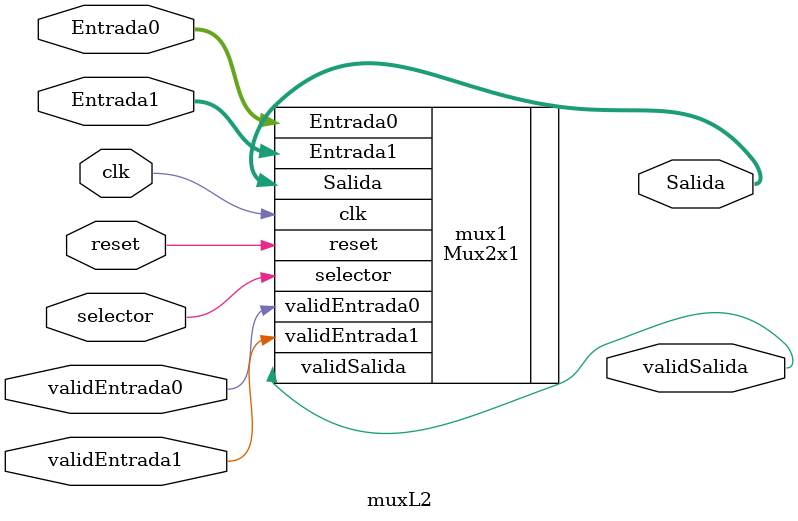
<source format=v>
`include "mux2x1.v"
module muxL2(
    output [7:0]Salida,
    output validSalida,
    input [7:0]Entrada0,
    input [7:0]Entrada1,
    input validEntrada0,
    input validEntrada1,
    input selector,
    input clk,
    input reset);

    Mux2x1 mux1(
        //Salidas
        .Salida  (Salida[7:0]),  
        .validSalida (validSalida),
        //Entradas
        .Entrada0    (Entrada0[7:0]),
        .Entrada1   (Entrada1[7:0]),
        .validEntrada0   (validEntrada0),
        .validEntrada1    (validEntrada1),
        .selector  (selector),
        .clk       (clk),
        .reset     (reset)
    );
endmodule
</source>
